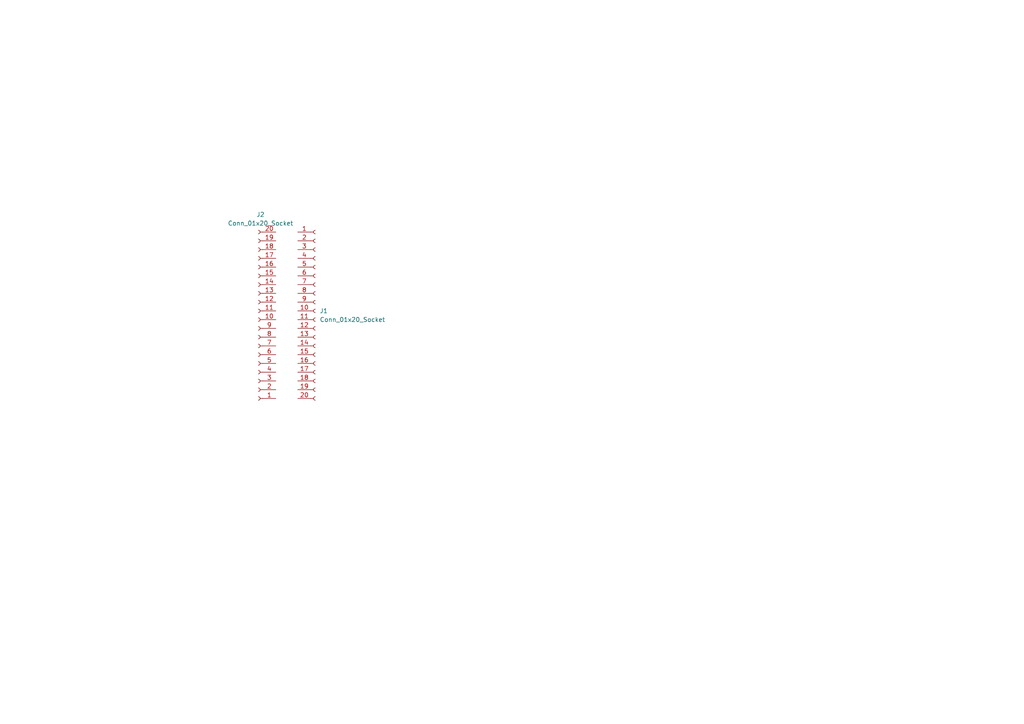
<source format=kicad_sch>
(kicad_sch (version 20230121) (generator eeschema)
  (paper "A4")
  (title_block (title "FONA Pi") (date "2023-08-06"))
  (lib_symbols
    (symbol "Connector:Conn_01x20_Socket" (pin_names (offset 1.016) hide)
      (property "Reference" "J" (at 0 25.4 0))
      (property "Value" "Conn_01x20_Socket" (at 0 -27.94 0))
      (symbol "Conn_01x20_Socket_1_1"
        (arc (start 0 -24.892) (mid -0.5058 -25.4) (end 0 -25.908) (stroke (width 0.1524)))
        (arc (start 0 -22.352) (mid -0.5058 -22.86) (end 0 -23.368) (stroke (width 0.1524)))
        (arc (start 0 -19.812) (mid -0.5058 -20.32) (end 0 -20.828) (stroke (width 0.1524)))
        (arc (start 0 -17.272) (mid -0.5058 -17.78) (end 0 -18.288) (stroke (width 0.1524)))
        (arc (start 0 -14.732) (mid -0.5058 -15.24) (end 0 -15.748) (stroke (width 0.1524)))
        (arc (start 0 -12.192) (mid -0.5058 -12.7) (end 0 -13.208) (stroke (width 0.1524)))
        (arc (start 0 -9.652) (mid -0.5058 -10.16) (end 0 -10.668) (stroke (width 0.1524)))
        (arc (start 0 -7.112) (mid -0.5058 -7.62) (end 0 -8.128) (stroke (width 0.1524)))
        (arc (start 0 -4.572) (mid -0.5058 -5.08) (end 0 -5.588) (stroke (width 0.1524)))
        (arc (start 0 -2.032) (mid -0.5058 -2.54) (end 0 -3.048) (stroke (width 0.1524)))
        (polyline (pts (xy -1.27 -25.4) (xy -0.508 -25.4)) (stroke (width 0.1524)))
        (polyline (pts (xy -1.27 -22.86) (xy -0.508 -22.86)) (stroke (width 0.1524)))
        (polyline (pts (xy -1.27 -20.32) (xy -0.508 -20.32)) (stroke (width 0.1524)))
        (polyline (pts (xy -1.27 -17.78) (xy -0.508 -17.78)) (stroke (width 0.1524)))
        (polyline (pts (xy -1.27 -15.24) (xy -0.508 -15.24)) (stroke (width 0.1524)))
        (polyline (pts (xy -1.27 -12.7) (xy -0.508 -12.7)) (stroke (width 0.1524)))
        (polyline (pts (xy -1.27 -10.16) (xy -0.508 -10.16)) (stroke (width 0.1524)))
        (polyline (pts (xy -1.27 -7.62) (xy -0.508 -7.62)) (stroke (width 0.1524)))
        (polyline (pts (xy -1.27 -5.08) (xy -0.508 -5.08)) (stroke (width 0.1524)))
        (polyline (pts (xy -1.27 -2.54) (xy -0.508 -2.54)) (stroke (width 0.1524)))
        (polyline (pts (xy -1.27 0) (xy -0.508 0)) (stroke (width 0.1524)))
        (polyline (pts (xy -1.27 2.54) (xy -0.508 2.54)) (stroke (width 0.1524)))
        (polyline (pts (xy -1.27 5.08) (xy -0.508 5.08)) (stroke (width 0.1524)))
        (polyline (pts (xy -1.27 7.62) (xy -0.508 7.62)) (stroke (width 0.1524)))
        (polyline (pts (xy -1.27 10.16) (xy -0.508 10.16)) (stroke (width 0.1524)))
        (polyline (pts (xy -1.27 12.7) (xy -0.508 12.7)) (stroke (width 0.1524)))
        (polyline (pts (xy -1.27 15.24) (xy -0.508 15.24)) (stroke (width 0.1524)))
        (polyline (pts (xy -1.27 17.78) (xy -0.508 17.78)) (stroke (width 0.1524)))
        (polyline (pts (xy -1.27 20.32) (xy -0.508 20.32)) (stroke (width 0.1524)))
        (polyline (pts (xy -1.27 22.86) (xy -0.508 22.86)) (stroke (width 0.1524)))
        (arc (start 0 0.508) (mid -0.5058 0) (end 0 -0.508) (stroke (width 0.1524)))
        (arc (start 0 3.048) (mid -0.5058 2.54) (end 0 2.032) (stroke (width 0.1524)))
        (arc (start 0 5.588) (mid -0.5058 5.08) (end 0 4.572) (stroke (width 0.1524)))
        (arc (start 0 8.128) (mid -0.5058 7.62) (end 0 7.112) (stroke (width 0.1524)))
        (arc (start 0 10.668) (mid -0.5058 10.16) (end 0 9.652) (stroke (width 0.1524)))
        (arc (start 0 13.208) (mid -0.5058 12.7) (end 0 12.192) (stroke (width 0.1524)))
        (arc (start 0 15.748) (mid -0.5058 15.24) (end 0 14.732) (stroke (width 0.1524)))
        (arc (start 0 18.288) (mid -0.5058 17.78) (end 0 17.272) (stroke (width 0.1524)))
        (arc (start 0 20.828) (mid -0.5058 20.32) (end 0 19.812) (stroke (width 0.1524)))
        (arc (start 0 23.368) (mid -0.5058 22.86) (end 0 22.352) (stroke (width 0.1524)))
        (pin passive line (at -5.08 22.86 0) (length 3.81) (name "Pin_1") (number "1"))
        (pin passive line (at -5.08 0 0) (length 3.81) (name "Pin_10") (number "10"))
        (pin passive line (at -5.08 -2.54 0) (length 3.81) (name "Pin_11") (number "11"))
        (pin passive line (at -5.08 -5.08 0) (length 3.81) (name "Pin_12") (number "12"))
        (pin passive line (at -5.08 -7.62 0) (length 3.81) (name "Pin_13") (number "13"))
        (pin passive line (at -5.08 -10.16 0) (length 3.81) (name "Pin_14") (number "14"))
        (pin passive line (at -5.08 -12.7 0) (length 3.81) (name "Pin_15") (number "15"))
        (pin passive line (at -5.08 -15.24 0) (length 3.81) (name "Pin_16") (number "16"))
        (pin passive line (at -5.08 -17.78 0) (length 3.81) (name "Pin_17") (number "17"))
        (pin passive line (at -5.08 -20.32 0) (length 3.81) (name "Pin_18") (number "18"))
        (pin passive line (at -5.08 -22.86 0) (length 3.81) (name "Pin_19") (number "19"))
        (pin passive line (at -5.08 20.32 0) (length 3.81) (name "Pin_2") (number "2"))
        (pin passive line (at -5.08 -25.4 0) (length 3.81) (name "Pin_20") (number "20"))
        (pin passive line (at -5.08 17.78 0) (length 3.81) (name "Pin_3") (number "3"))
        (pin passive line (at -5.08 15.24 0) (length 3.81) (name "Pin_4") (number "4"))
        (pin passive line (at -5.08 12.7 0) (length 3.81) (name "Pin_5") (number "5"))
        (pin passive line (at -5.08 10.16 0) (length 3.81) (name "Pin_6") (number "6"))
        (pin passive line (at -5.08 7.62 0) (length 3.81) (name "Pin_7") (number "7"))
        (pin passive line (at -5.08 5.08 0) (length 3.81) (name "Pin_8") (number "8"))
        (pin passive line (at -5.08 2.54 0) (length 3.81) (name "Pin_9") (number "9"))
      )
    )
  )
  (symbol (lib_id "Connector:Conn_01x20_Socket") (at 74.93 92.71 180) (unit 1)
    (property "Reference" "J2" (at 75.565 62.23 0))
    (property "Value" "Conn_01x20_Socket" (at 75.565 64.77 0))
  )
  (symbol (lib_id "Connector:Conn_01x20_Socket") (at 91.44 90.17 0) (unit 1)
    (property "Reference" "J1" (at 92.71 90.17 0) (effects (justify left)))
    (property "Value" "Conn_01x20_Socket" (at 92.71 92.71 0) (effects (justify left)))
  )
)
</source>
